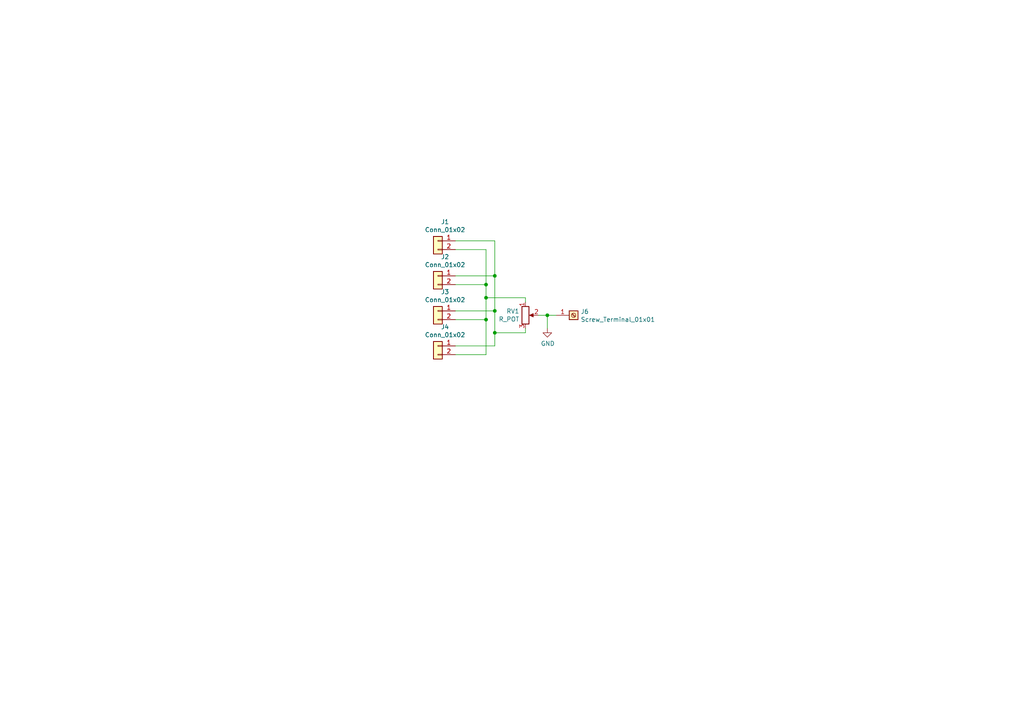
<source format=kicad_sch>
(kicad_sch (version 20211123) (generator eeschema)
  (paper "A4")
  (lib_symbols
    (symbol "6V3_AC_Distribution-rescue:R_POT-Device" (pin_names (offset 1.016) hide)
      (property "Reference" "RV" (at -4.445 0 90))
      (property "Value" "R_POT-Device" (at -2.54 0 90))
      (symbol "R_POT-Device_0_1"
        (polyline (pts (xy 2.54 0) (xy 1.524 0)))
        (polyline (pts (xy 1.143 0) (xy 2.286 0.508) (xy 2.286 -0.508) (xy 1.143 0)) (fill (type outline)))
        (rectangle (start 1.016 2.54) (end -1.016 -2.54) (stroke (width 0.254)))
      )
      (symbol "R_POT-Device_1_1"
        (pin passive line (at 0 3.81 270) (length 1.27) (name "1") (number "1"))
        (pin passive line (at 3.81 0 180) (length 1.27) (name "2") (number "2"))
        (pin passive line (at 0 -3.81 90) (length 1.27) (name "3") (number "3"))
      )
    )
    (symbol "Connector:Screw_Terminal_01x01" (pin_names (offset 1.016) hide)
      (property "Reference" "J" (at 0 2.54 0))
      (property "Value" "Screw_Terminal_01x01" (at 0 -2.54 0))
      (symbol "Screw_Terminal_01x01_1_1"
        (rectangle (start -1.27 1.27) (end 1.27 -1.27) (stroke (width 0.254)) (fill (type background)))
        (polyline (pts (xy -0.5334 0.3302) (xy 0.3302 -0.508)) (stroke (width 0.1524)))
        (polyline (pts (xy -0.3556 0.508) (xy 0.508 -0.3302)) (stroke (width 0.1524)))
        (circle (center 0 0) (radius 0.635) (stroke (width 0.1524)))
        (pin passive line (at -5.08 0 0) (length 3.81) (name "Pin_1") (number "1"))
      )
    )
    (symbol "Connector_Generic:Conn_01x02" (pin_names (offset 1.016) hide)
      (property "Reference" "J" (at 0 2.54 0))
      (property "Value" "Conn_01x02" (at 0 -5.08 0))
      (symbol "Conn_01x02_1_1"
        (rectangle (start -1.27 -2.413) (end 0 -2.667) (stroke (width 0.1524)))
        (rectangle (start -1.27 0.127) (end 0 -0.127) (stroke (width 0.1524)))
        (rectangle (start -1.27 1.27) (end 1.27 -3.81) (stroke (width 0.254)) (fill (type background)))
        (pin passive line (at -5.08 0 0) (length 3.81) (name "Pin_1") (number "1"))
        (pin passive line (at -5.08 -2.54 0) (length 3.81) (name "Pin_2") (number "2"))
      )
    )
    (symbol "power:GND" (power) (pin_names (offset 0))
      (property "Value" "GND" (at 0 -3.81 0))
      (symbol "GND_0_1"
        (polyline (pts (xy 0 0) (xy 0 -1.27) (xy 1.27 -1.27) (xy 0 -2.54) (xy -1.27 -1.27) (xy 0 -1.27)))
      )
      (symbol "GND_1_1"
        (pin power_in line (at 0 0 270) (length 0) hide (name "GND") (number "1"))
      )
    )
  )
  (junction (at 140.97 86.36))
  (junction (at 140.97 82.55))
  (junction (at 158.75 91.44))
  (junction (at 143.51 96.52))
  (junction (at 143.51 90.17))
  (junction (at 143.51 80.01))
  (junction (at 140.97 92.71))
  (wire (pts (xy 132.08 80.01) (xy 143.51 80.01)))
  (wire (pts (xy 152.4 96.52) (xy 143.51 96.52)))
  (wire (pts (xy 158.75 95.25) (xy 158.75 91.44)))
  (wire (pts (xy 132.08 82.55) (xy 140.97 82.55)))
  (wire (pts (xy 140.97 72.39) (xy 132.08 72.39)))
  (wire (pts (xy 140.97 102.87) (xy 140.97 92.71)))
  (wire (pts (xy 152.4 86.36) (xy 140.97 86.36)))
  (wire (pts (xy 143.51 80.01) (xy 143.51 90.17)))
  (wire (pts (xy 140.97 86.36) (xy 140.97 82.55)))
  (wire (pts (xy 143.51 90.17) (xy 143.51 96.52)))
  (wire (pts (xy 143.51 96.52) (xy 143.51 100.33)))
  (wire (pts (xy 156.21 91.44) (xy 158.75 91.44)))
  (wire (pts (xy 132.08 92.71) (xy 140.97 92.71)))
  (wire (pts (xy 152.4 87.63) (xy 152.4 86.36)))
  (wire (pts (xy 132.08 90.17) (xy 143.51 90.17)))
  (wire (pts (xy 140.97 82.55) (xy 140.97 72.39)))
  (wire (pts (xy 152.4 95.25) (xy 152.4 96.52)))
  (wire (pts (xy 158.75 91.44) (xy 161.29 91.44)))
  (wire (pts (xy 132.08 69.85) (xy 143.51 69.85)))
  (wire (pts (xy 140.97 92.71) (xy 140.97 86.36)))
  (wire (pts (xy 143.51 69.85) (xy 143.51 80.01)))
  (wire (pts (xy 132.08 100.33) (xy 143.51 100.33)))
  (wire (pts (xy 132.08 102.87) (xy 140.97 102.87)))
  (symbol (lib_id "Connector_Generic:Conn_01x02") (at 127 69.85 0) (mirror y) (unit 1)
    (property "Reference" "J1" (at 129.0828 64.3382 0))
    (property "Value" "Conn_01x02" (at 129.0828 66.6496 0))
    (property "Footprint" "Connector_TE-Connectivity:TE_MATE-N-LOK_1-770866-x_1x02_P4.14mm_Vertical" (effects hide))
  )
  (symbol (lib_id "Connector_Generic:Conn_01x02") (at 127 80.01 0) (mirror y) (unit 1)
    (property "Reference" "J2" (at 129.0828 74.4982 0))
    (property "Value" "Conn_01x02" (at 129.0828 76.8096 0))
    (property "Footprint" "Connector_TE-Connectivity:TE_MATE-N-LOK_1-770866-x_1x02_P4.14mm_Vertical" (effects hide))
  )
  (symbol (lib_id "Connector_Generic:Conn_01x02") (at 127 90.17 0) (mirror y) (unit 1)
    (property "Reference" "J3" (at 129.0828 84.6582 0))
    (property "Value" "Conn_01x02" (at 129.0828 86.9696 0))
    (property "Footprint" "Connector_TE-Connectivity:TE_MATE-N-LOK_1-770866-x_1x02_P4.14mm_Vertical" (effects hide))
  )
  (symbol (lib_id "Connector_Generic:Conn_01x02") (at 127 100.33 0) (mirror y) (unit 1)
    (property "Reference" "J4" (at 129.0828 94.8182 0))
    (property "Value" "Conn_01x02" (at 129.0828 97.1296 0))
    (property "Footprint" "Connector_TE-Connectivity:TE_MATE-N-LOK_1-770866-x_1x02_P4.14mm_Vertical" (effects hide))
  )
  (symbol (lib_id "power:GND") (at 158.75 95.25 0) (unit 1)
    (property "Reference" "#PWR0102" (effects hide))
    (property "Value" "GND" (at 158.877 99.6442 0))
  )
  (symbol (lib_id "Connector:Screw_Terminal_01x01") (at 166.37 91.44 0) (unit 1)
    (property "Reference" "J6" (at 168.402 90.3732 0) (effects (justify left)))
    (property "Value" "Screw_Terminal_01x01" (at 168.402 92.6846 0) (effects (justify left)))
    (property "Footprint" "MountingHole:MountingHole_3.2mm_M3_DIN965_Pad_TopOnly" (effects hide))
  )
  (symbol (lib_id "6V3_AC_Distribution-rescue:R_POT-Device") (at 152.4 91.44 0) (unit 1)
    (property "Reference" "RV1" (at 150.6474 90.2716 0) (effects (justify right)))
    (property "Value" "R_POT" (at 150.6474 92.583 0) (effects (justify right)))
    (property "Footprint" "Potentiometer_THT:Potentiometer_Piher_PT-10-V10_Vertical" (effects hide))
  )
)
</source>
